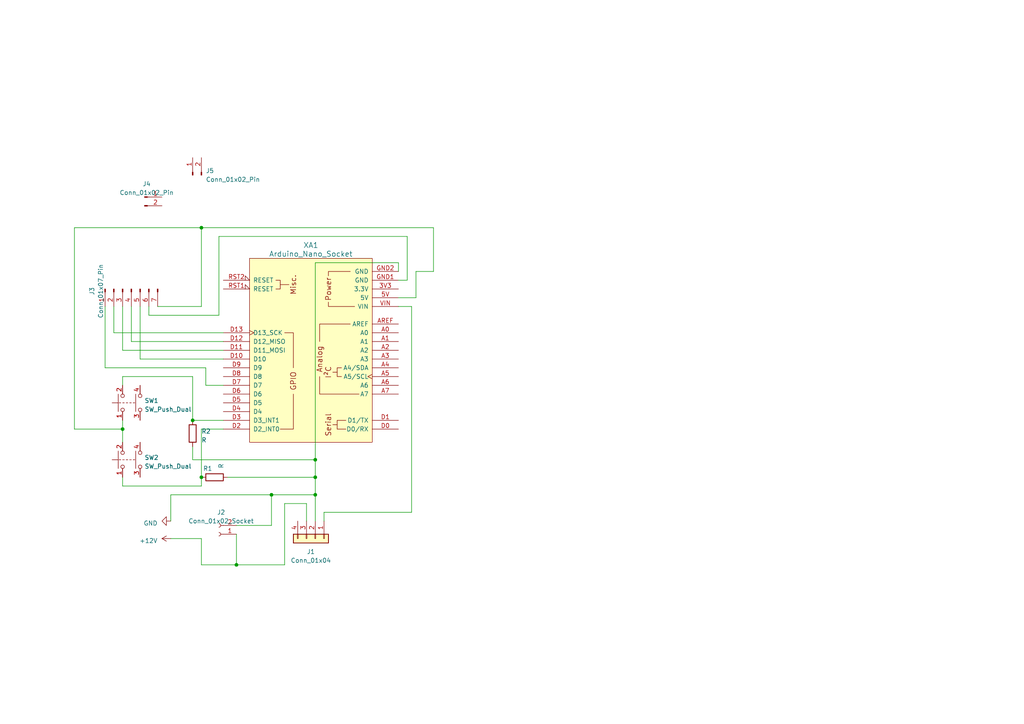
<source format=kicad_sch>
(kicad_sch (version 20230121) (generator eeschema)
  (paper "A4")
  (lib_symbols
    (symbol "Connector:Conn_01x02_Pin" (pin_names (offset 1.016) hide)
      (property "Reference" "J" (at 0 2.54 0))
      (property "Value" "Conn_01x02_Pin" (at 0 -5.08 0))
      (symbol "Conn_01x02_Pin_1_1"
        (polyline (pts (xy 1.27 -2.54) (xy 0.8636 -2.54)) (stroke (width 0.1524)))
        (polyline (pts (xy 1.27 0) (xy 0.8636 0)) (stroke (width 0.1524)))
        (rectangle (start 0.8636 -2.413) (end 0 -2.667) (stroke (width 0.1524)) (fill (type outline)))
        (rectangle (start 0.8636 0.127) (end 0 -0.127) (stroke (width 0.1524)) (fill (type outline)))
        (pin passive line (at 5.08 0 180) (length 3.81) (name "Pin_1") (number "1"))
        (pin passive line (at 5.08 -2.54 180) (length 3.81) (name "Pin_2") (number "2"))
      )
    )
    (symbol "Connector:Conn_01x02_Socket" (pin_names (offset 1.016) hide)
      (property "Reference" "J" (at 0 2.54 0))
      (property "Value" "Conn_01x02_Socket" (at 0 -5.08 0))
      (symbol "Conn_01x02_Socket_1_1"
        (arc (start 0 -2.032) (mid -0.5058 -2.54) (end 0 -3.048) (stroke (width 0.1524)))
        (polyline (pts (xy -1.27 -2.54) (xy -0.508 -2.54)) (stroke (width 0.1524)))
        (polyline (pts (xy -1.27 0) (xy -0.508 0)) (stroke (width 0.1524)))
        (arc (start 0 0.508) (mid -0.5058 0) (end 0 -0.508) (stroke (width 0.1524)))
        (pin passive line (at -5.08 0 0) (length 3.81) (name "Pin_1") (number "1"))
        (pin passive line (at -5.08 -2.54 0) (length 3.81) (name "Pin_2") (number "2"))
      )
    )
    (symbol "Connector:Conn_01x07_Pin" (pin_names (offset 1.016) hide)
      (property "Reference" "J" (at 0 10.16 0))
      (property "Value" "Conn_01x07_Pin" (at 0 -10.16 0))
      (symbol "Conn_01x07_Pin_1_1"
        (polyline (pts (xy 1.27 -7.62) (xy 0.8636 -7.62)) (stroke (width 0.1524)))
        (polyline (pts (xy 1.27 -5.08) (xy 0.8636 -5.08)) (stroke (width 0.1524)))
        (polyline (pts (xy 1.27 -2.54) (xy 0.8636 -2.54)) (stroke (width 0.1524)))
        (polyline (pts (xy 1.27 0) (xy 0.8636 0)) (stroke (width 0.1524)))
        (polyline (pts (xy 1.27 2.54) (xy 0.8636 2.54)) (stroke (width 0.1524)))
        (polyline (pts (xy 1.27 5.08) (xy 0.8636 5.08)) (stroke (width 0.1524)))
        (polyline (pts (xy 1.27 7.62) (xy 0.8636 7.62)) (stroke (width 0.1524)))
        (rectangle (start 0.8636 -7.493) (end 0 -7.747) (stroke (width 0.1524)) (fill (type outline)))
        (rectangle (start 0.8636 -4.953) (end 0 -5.207) (stroke (width 0.1524)) (fill (type outline)))
        (rectangle (start 0.8636 -2.413) (end 0 -2.667) (stroke (width 0.1524)) (fill (type outline)))
        (rectangle (start 0.8636 0.127) (end 0 -0.127) (stroke (width 0.1524)) (fill (type outline)))
        (rectangle (start 0.8636 2.667) (end 0 2.413) (stroke (width 0.1524)) (fill (type outline)))
        (rectangle (start 0.8636 5.207) (end 0 4.953) (stroke (width 0.1524)) (fill (type outline)))
        (rectangle (start 0.8636 7.747) (end 0 7.493) (stroke (width 0.1524)) (fill (type outline)))
        (pin passive line (at 5.08 7.62 180) (length 3.81) (name "Pin_1") (number "1"))
        (pin passive line (at 5.08 5.08 180) (length 3.81) (name "Pin_2") (number "2"))
        (pin passive line (at 5.08 2.54 180) (length 3.81) (name "Pin_3") (number "3"))
        (pin passive line (at 5.08 0 180) (length 3.81) (name "Pin_4") (number "4"))
        (pin passive line (at 5.08 -2.54 180) (length 3.81) (name "Pin_5") (number "5"))
        (pin passive line (at 5.08 -5.08 180) (length 3.81) (name "Pin_6") (number "6"))
        (pin passive line (at 5.08 -7.62 180) (length 3.81) (name "Pin_7") (number "7"))
      )
    )
    (symbol "Connector_Generic:Conn_01x04" (pin_names (offset 1.016) hide)
      (property "Reference" "J" (at 0 5.08 0))
      (property "Value" "Conn_01x04" (at 0 -7.62 0))
      (symbol "Conn_01x04_1_1"
        (rectangle (start -1.27 -4.953) (end 0 -5.207) (stroke (width 0.1524)))
        (rectangle (start -1.27 -2.413) (end 0 -2.667) (stroke (width 0.1524)))
        (rectangle (start -1.27 0.127) (end 0 -0.127) (stroke (width 0.1524)))
        (rectangle (start -1.27 2.667) (end 0 2.413) (stroke (width 0.1524)))
        (rectangle (start -1.27 3.81) (end 1.27 -6.35) (stroke (width 0.254)) (fill (type background)))
        (pin passive line (at -5.08 2.54 0) (length 3.81) (name "Pin_1") (number "1"))
        (pin passive line (at -5.08 0 0) (length 3.81) (name "Pin_2") (number "2"))
        (pin passive line (at -5.08 -2.54 0) (length 3.81) (name "Pin_3") (number "3"))
        (pin passive line (at -5.08 -5.08 0) (length 3.81) (name "Pin_4") (number "4"))
      )
    )
    (symbol "Device:R" (pin_numbers hide) (pin_names (offset 0))
      (property "Reference" "R" (at 2.032 0 90))
      (property "Value" "R" (at 0 0 90))
      (symbol "R_0_1"
        (rectangle (start -1.016 -2.54) (end 1.016 2.54) (stroke (width 0.254)))
      )
      (symbol "R_1_1"
        (pin passive line (at 0 3.81 270) (length 1.27) (name "~") (number "1"))
        (pin passive line (at 0 -3.81 90) (length 1.27) (name "~") (number "2"))
      )
    )
    (symbol "Switch:SW_Push_Dual" (pin_names (offset 1.016) hide)
      (property "Reference" "SW" (at 1.27 2.54 0))
      (property "Value" "SW_Push_Dual" (at 0 -6.858 0))
      (symbol "SW_Push_Dual_0_1"
        (circle (center -2.032 -5.08) (radius 0.508))
        (circle (center -2.032 0) (radius 0.508))
        (polyline (pts (xy 0 -3.048) (xy 0 -3.556)))
        (polyline (pts (xy 0 -2.032) (xy 0 -2.54)))
        (polyline (pts (xy 0 -1.524) (xy 0 -1.016)))
        (polyline (pts (xy 0 -0.508) (xy 0 0)))
        (polyline (pts (xy 0 0.508) (xy 0 1.016)))
        (polyline (pts (xy 0 1.27) (xy 0 3.048)))
        (polyline (pts (xy 2.54 -3.81) (xy -2.54 -3.81)))
        (polyline (pts (xy 2.54 1.27) (xy -2.54 1.27)))
        (circle (center 2.032 -5.08) (radius 0.508))
        (circle (center 2.032 0) (radius 0.508))
        (pin passive line (at -5.08 0 0) (length 2.54) (name "1") (number "1"))
        (pin passive line (at 5.08 0 180) (length 2.54) (name "2") (number "2"))
        (pin passive line (at -5.08 -5.08 0) (length 2.54) (name "3") (number "3"))
        (pin passive line (at 5.08 -5.08 180) (length 2.54) (name "4") (number "4"))
      )
    )
    (symbol "arduino-library:Arduino_Nano_Socket" (pin_names (offset 1.016))
      (property "Reference" "XA" (at 0 33.02 0))
      (property "Value" "Arduino_Nano_Socket" (at 0 29.21 0))
      (symbol "Arduino_Nano_Socket_0_0"
        (rectangle (start -17.78 26.67) (end 17.78 -26.67) (fill (type background)))
        (polyline (pts (xy -7.62 6.35) (xy -6.35 6.35)))
        (polyline (pts (xy -7.62 21.59) (xy -6.35 21.59)))
        (polyline (pts (xy 8.89 -19.05) (xy 6.35 -19.05)))
        (polyline (pts (xy -11.43 -22.86) (xy -5.08 -22.86) (xy -5.08 -21.59)))
        (polyline (pts (xy -5.08 -13.97) (xy -5.08 -12.7) (xy -12.7 -12.7)))
        (polyline (pts (xy -10.16 22.86) (xy -7.62 22.86) (xy -7.62 20.32) (xy -10.16 20.32)))
        (polyline (pts (xy -8.89 7.62) (xy -7.62 7.62) (xy -7.62 5.08) (xy -8.89 5.08)))
        (text "Analog" (at -2.54 2.54 900) (effects (font (size 1.524 1.524))))
        (text "I²C" (at -5.08 6.35 900) (effects (font (size 1.524 1.524))))
        (text "Misc." (at 5.08 -19.05 900) (effects (font (size 1.524 1.524))))
        (text "Power" (at -5.08 -17.78 900) (effects (font (size 1.524 1.524))))
        (text "Serial" (at -5.08 21.59 900) (effects (font (size 1.524 1.524))))
      )
      (symbol "Arduino_Nano_Socket_0_1"
        (polyline (pts (xy -13.97 12.7) (xy -2.54 12.7) (xy -2.54 7.62)))
        (polyline (pts (xy -11.43 -7.62) (xy -2.54 -7.62) (xy -2.54 -2.54)))
        (polyline (pts (xy 7.62 -5.08) (xy 5.08 -5.08) (xy 5.08 5.08)))
        (polyline (pts (xy 8.89 22.86) (xy 5.08 22.86) (xy 5.08 12.7)))
        (polyline (pts (xy 10.16 -17.78) (xy 8.89 -17.78) (xy 8.89 -20.32) (xy 10.16 -20.32)))
      )
      (symbol "Arduino_Nano_Socket_1_0"
        (text "GPIO" (at 5.08 8.89 900) (effects (font (size 1.524 1.524))))
      )
      (symbol "Arduino_Nano_Socket_1_1"
        (pin power_out line (at -25.4 -17.78 0) (length 7.62) (name "3.3V") (number "3V3"))
        (pin power_in line (at -25.4 -15.24 0) (length 7.62) (name "5V") (number "5V"))
        (pin bidirectional line (at -25.4 -5.08 0) (length 7.62) (name "A0") (number "A0"))
        (pin bidirectional line (at -25.4 -2.54 0) (length 7.62) (name "A1") (number "A1"))
        (pin bidirectional line (at -25.4 0 0) (length 7.62) (name "A2") (number "A2"))
        (pin bidirectional line (at -25.4 2.54 0) (length 7.62) (name "A3") (number "A3"))
        (pin bidirectional line (at -25.4 5.08 0) (length 7.62) (name "A4/SDA") (number "A4"))
        (pin bidirectional clock (at -25.4 7.62 0) (length 7.62) (name "A5/SCL") (number "A5"))
        (pin input line (at -25.4 10.16 0) (length 7.62) (name "A6") (number "A6"))
        (pin input line (at -25.4 12.7 0) (length 7.62) (name "A7") (number "A7"))
        (pin input line (at -25.4 -7.62 0) (length 7.62) (name "AREF") (number "AREF"))
        (pin bidirectional line (at -25.4 22.86 0) (length 7.62) (name "D0/RX") (number "D0"))
        (pin bidirectional line (at -25.4 20.32 0) (length 7.62) (name "D1/TX") (number "D1"))
        (pin bidirectional line (at 25.4 2.54 180) (length 7.62) (name "D10") (number "D10"))
        (pin bidirectional line (at 25.4 0 180) (length 7.62) (name "D11_MOSI") (number "D11"))
        (pin bidirectional line (at 25.4 -2.54 180) (length 7.62) (name "D12_MISO") (number "D12"))
        (pin bidirectional clock (at 25.4 -5.08 180) (length 7.62) (name "D13_SCK") (number "D13"))
        (pin bidirectional line (at 25.4 22.86 180) (length 7.62) (name "D2_INT0") (number "D2"))
        (pin bidirectional line (at 25.4 20.32 180) (length 7.62) (name "D3_INT1") (number "D3"))
        (pin bidirectional line (at 25.4 17.78 180) (length 7.62) (name "D4") (number "D4"))
        (pin bidirectional line (at 25.4 15.24 180) (length 7.62) (name "D5") (number "D5"))
        (pin bidirectional line (at 25.4 12.7 180) (length 7.62) (name "D6") (number "D6"))
        (pin bidirectional line (at 25.4 10.16 180) (length 7.62) (name "D7") (number "D7"))
        (pin bidirectional line (at 25.4 7.62 180) (length 7.62) (name "D8") (number "D8"))
        (pin bidirectional line (at 25.4 5.08 180) (length 7.62) (name "D9") (number "D9"))
        (pin power_in line (at -25.4 -20.32 0) (length 7.62) (name "GND") (number "GND1"))
        (pin power_in line (at -25.4 -22.86 0) (length 7.62) (name "GND") (number "GND2"))
        (pin open_collector input_low (at 25.4 -17.78 180) (length 7.62) (name "RESET") (number "RST1"))
        (pin open_collector input_low (at 25.4 -20.32 180) (length 7.62) (name "RESET") (number "RST2"))
        (pin power_in line (at -25.4 -12.7 0) (length 7.62) (name "VIN") (number "VIN"))
      )
    )
    (symbol "power:+12V" (power) (pin_names (offset 0))
      (property "Value" "+12V" (at 0 3.556 0))
      (symbol "+12V_0_1"
        (polyline (pts (xy -0.762 1.27) (xy 0 2.54)))
        (polyline (pts (xy 0 0) (xy 0 2.54)))
        (polyline (pts (xy 0 2.54) (xy 0.762 1.27)))
      )
      (symbol "+12V_1_1"
        (pin power_in line (at 0 0 90) (length 0) hide (name "+12V") (number "1"))
      )
    )
    (symbol "power:GND" (power) (pin_names (offset 0))
      (property "Value" "GND" (at 0 -3.81 0))
      (symbol "GND_0_1"
        (polyline (pts (xy 0 0) (xy 0 -1.27) (xy 1.27 -1.27) (xy 0 -2.54) (xy -1.27 -1.27) (xy 0 -1.27)))
      )
      (symbol "GND_1_1"
        (pin power_in line (at 0 0 270) (length 0) hide (name "GND") (number "1"))
      )
    )
  )
  (junction (at 68.58 163.83))
  (junction (at 91.44 138.43))
  (junction (at 58.42 66.04))
  (junction (at 78.74 143.51))
  (junction (at 55.88 121.92))
  (junction (at 91.44 143.51))
  (junction (at 91.44 133.35))
  (junction (at 58.42 138.43))
  (junction (at 35.56 124.46))
  (wire (pts (xy 93.98 151.13) (xy 93.98 148.59)))
  (wire (pts (xy 30.48 106.68) (xy 59.69 106.68)))
  (wire (pts (xy 35.56 121.92) (xy 35.56 124.46)))
  (wire (pts (xy 58.42 138.43) (xy 58.42 140.97)))
  (wire (pts (xy 35.56 140.97) (xy 58.42 140.97)))
  (wire (pts (xy 49.53 151.13) (xy 49.53 143.51)))
  (wire (pts (xy 120.65 78.74) (xy 125.73 78.74)))
  (wire (pts (xy 33.02 88.9) (xy 33.02 96.52)))
  (wire (pts (xy 82.55 146.05) (xy 82.55 163.83)))
  (wire (pts (xy 35.56 138.43) (xy 35.56 140.97)))
  (wire (pts (xy 55.88 109.22) (xy 55.88 121.92)))
  (wire (pts (xy 68.58 152.4) (xy 78.74 152.4)))
  (wire (pts (xy 49.53 143.51) (xy 78.74 143.51)))
  (wire (pts (xy 38.1 99.06) (xy 64.77 99.06)))
  (wire (pts (xy 21.59 66.04) (xy 21.59 124.46)))
  (wire (pts (xy 35.56 109.22) (xy 55.88 109.22)))
  (wire (pts (xy 40.64 104.14) (xy 64.77 104.14)))
  (wire (pts (xy 43.18 91.44) (xy 63.5 91.44)))
  (wire (pts (xy 58.42 124.46) (xy 58.42 138.43)))
  (wire (pts (xy 21.59 124.46) (xy 35.56 124.46)))
  (wire (pts (xy 115.57 76.2) (xy 115.57 78.74)))
  (wire (pts (xy 59.69 106.68) (xy 59.69 111.76)))
  (wire (pts (xy 115.57 86.36) (xy 120.65 86.36)))
  (wire (pts (xy 125.73 66.04) (xy 125.73 78.74)))
  (wire (pts (xy 66.04 138.43) (xy 91.44 138.43)))
  (wire (pts (xy 58.42 66.04) (xy 125.73 66.04)))
  (wire (pts (xy 55.88 133.35) (xy 55.88 129.54)))
  (wire (pts (xy 35.56 88.9) (xy 35.56 101.6)))
  (wire (pts (xy 91.44 138.43) (xy 91.44 143.51)))
  (wire (pts (xy 63.5 68.58) (xy 118.11 68.58)))
  (wire (pts (xy 78.74 143.51) (xy 91.44 143.51)))
  (wire (pts (xy 35.56 101.6) (xy 64.77 101.6)))
  (wire (pts (xy 45.72 88.9) (xy 58.42 88.9)))
  (wire (pts (xy 93.98 148.59) (xy 119.38 148.59)))
  (wire (pts (xy 35.56 124.46) (xy 35.56 128.27)))
  (wire (pts (xy 43.18 88.9) (xy 43.18 91.44)))
  (wire (pts (xy 118.11 68.58) (xy 118.11 81.28)))
  (wire (pts (xy 55.88 133.35) (xy 91.44 133.35)))
  (wire (pts (xy 119.38 148.59) (xy 119.38 88.9)))
  (wire (pts (xy 58.42 124.46) (xy 64.77 124.46)))
  (wire (pts (xy 58.42 163.83) (xy 68.58 163.83)))
  (wire (pts (xy 49.53 156.21) (xy 58.42 156.21)))
  (wire (pts (xy 91.44 76.2) (xy 91.44 133.35)))
  (wire (pts (xy 68.58 154.94) (xy 68.58 163.83)))
  (wire (pts (xy 82.55 146.05) (xy 88.9 146.05)))
  (wire (pts (xy 91.44 76.2) (xy 115.57 76.2)))
  (wire (pts (xy 33.02 96.52) (xy 64.77 96.52)))
  (wire (pts (xy 35.56 109.22) (xy 35.56 111.76)))
  (wire (pts (xy 78.74 152.4) (xy 78.74 143.51)))
  (wire (pts (xy 30.48 88.9) (xy 30.48 106.68)))
  (wire (pts (xy 120.65 86.36) (xy 120.65 78.74)))
  (wire (pts (xy 91.44 133.35) (xy 91.44 138.43)))
  (wire (pts (xy 55.88 121.92) (xy 64.77 121.92)))
  (wire (pts (xy 91.44 143.51) (xy 91.44 151.13)))
  (wire (pts (xy 40.64 88.9) (xy 40.64 104.14)))
  (wire (pts (xy 118.11 81.28) (xy 115.57 81.28)))
  (wire (pts (xy 58.42 66.04) (xy 21.59 66.04)))
  (wire (pts (xy 63.5 91.44) (xy 63.5 68.58)))
  (wire (pts (xy 119.38 88.9) (xy 115.57 88.9)))
  (wire (pts (xy 88.9 146.05) (xy 88.9 151.13)))
  (wire (pts (xy 58.42 88.9) (xy 58.42 66.04)))
  (wire (pts (xy 58.42 156.21) (xy 58.42 163.83)))
  (wire (pts (xy 38.1 88.9) (xy 38.1 99.06)))
  (wire (pts (xy 59.69 111.76) (xy 64.77 111.76)))
  (wire (pts (xy 68.58 163.83) (xy 82.55 163.83)))
  (symbol (lib_id "power:+12V") (at 49.53 156.21 90) (unit 1)
    (property "Reference" "#PWR02" (effects hide))
    (property "Value" "+12V" (at 45.72 156.845 90) (effects (justify left)))
  )
  (symbol (lib_id "Connector_Generic:Conn_01x04") (at 91.44 156.21 270) (unit 1)
    (property "Reference" "J1" (at 90.17 160.02 90))
    (property "Value" "Conn_01x04" (at 90.17 162.56 90))
    (property "Footprint" "Connector_PinSocket_2.54mm:PinSocket_1x04_P2.54mm_Vertical" (effects hide))
  )
  (symbol (lib_id "power:GND") (at 49.53 151.13 270) (unit 1)
    (property "Reference" "#PWR01" (effects hide))
    (property "Value" "GND" (at 45.72 151.765 90) (effects (justify right)))
  )
  (symbol (lib_id "Switch:SW_Push_Dual") (at 35.56 133.35 90) (unit 1)
    (property "Reference" "SW2" (at 41.91 132.715 90) (effects (justify right)))
    (property "Value" "SW_Push_Dual" (at 41.91 135.255 90) (effects (justify right)))
    (property "Footprint" "Button_Switch_THT:SW_PUSH-12mm" (effects hide))
  )
  (symbol (lib_id "arduino-library:Arduino_Nano_Socket") (at 90.17 101.6 180) (unit 1)
    (property "Reference" "XA1" (at 90.17 71.12 0) (effects (font (size 1.524 1.524))))
    (property "Value" "Arduino_Nano_Socket" (at 90.17 73.66 0) (effects (font (size 1.524 1.524))))
    (property "Footprint" "Library:Arduino_Nano_Socket" (effects hide))
    (property "Datasheet" "https://docs.arduino.cc/hardware/nano" (effects hide))
  )
  (symbol (lib_id "Switch:SW_Push_Dual") (at 35.56 116.84 90) (unit 1)
    (property "Reference" "SW1" (at 41.91 116.205 90) (effects (justify right)))
    (property "Value" "SW_Push_Dual" (at 41.91 118.745 90) (effects (justify right)))
    (property "Footprint" "Button_Switch_THT:SW_PUSH-12mm" (effects hide))
  )
  (symbol (lib_id "Connector:Conn_01x02_Socket") (at 63.5 154.94 180) (unit 1)
    (property "Reference" "J2" (at 64.135 148.59 0))
    (property "Value" "Conn_01x02_Socket" (at 64.135 151.13 0))
    (property "Footprint" "Connector_PinSocket_2.54mm:PinSocket_1x02_P2.54mm_Vertical" (effects hide))
  )
  (symbol (lib_id "Device:R") (at 55.88 125.73 0) (unit 1)
    (property "Reference" "R2" (at 58.42 125.095 0) (effects (justify left)))
    (property "Value" "R" (at 58.42 127.635 0) (effects (justify left)))
    (property "Footprint" "Resistor_THT:R_Axial_DIN0207_L6.3mm_D2.5mm_P7.62mm_Horizontal" (effects hide))
  )
  (symbol (lib_id "Connector:Conn_01x02_Pin") (at 41.91 57.15 0) (unit 1)
    (property "Reference" "J4" (at 42.545 53.34 0))
    (property "Value" "Conn_01x02_Pin" (at 42.545 55.88 0))
    (property "Footprint" "Connector_PinHeader_2.54mm:PinHeader_1x02_P2.54mm_Vertical" (effects hide))
  )
  (symbol (lib_id "Device:R") (at 62.23 138.43 270) (unit 1)
    (property "Reference" "R1" (at 61.595 135.89 90) (effects (justify right)))
    (property "Value" "R" (at 64.135 135.89 0) (effects (justify right)))
    (property "Footprint" "Resistor_THT:R_Axial_DIN0207_L6.3mm_D2.5mm_P7.62mm_Horizontal" (effects hide))
  )
  (symbol (lib_id "Connector:Conn_01x07_Pin") (at 38.1 83.82 90) (mirror x) (unit 1)
    (property "Reference" "J3" (at 26.67 84.455 0))
    (property "Value" "Conn_01x07_Pin" (at 29.21 84.455 0))
    (property "Footprint" "Library:PinHeader_1x07_P2.54mm_Vertical" (effects hide))
  )
  (symbol (lib_id "Connector:Conn_01x02_Pin") (at 55.88 50.8 90) (unit 1)
    (property "Reference" "J5" (at 59.69 49.53 90) (effects (justify right)))
    (property "Value" "Conn_01x02_Pin" (at 59.69 52.07 90) (effects (justify right)))
    (property "Footprint" "Connector_PinHeader_2.54mm:PinHeader_1x02_P2.54mm_Vertical" (effects hide))
  )
)
</source>
